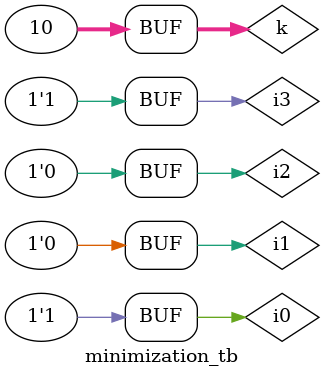
<source format=v>
module minimization(
  input i3,i2,i1,i0,
  output o1,o0
  );
  
  assign o1=(~i1&~i0&~i2)|(i0&~i1&~i3)|(~i3&~i2&i0)|(i2&i1&~i0);
  assign o0=(~i2&~i1&~i0)|(~i3&i2&i0)|(~i3&~i2&i1);
  
endmodule

module minimization_tb;
	reg i3,i2,i1,i0;
	wire o1,o0;

	minimization uut(
	 .i3(i3),
	 .i2(i2),
	 .i1(i1),
	 .i0(i0),
	 .o1(o1),
	 .o0(o0)
	 );

	integer k;
	initial begin
		$monitor("%0t\t%b\t%b\t%b\t%b\t%0d\t%b\t%b", $time, i3, i2, i1, i0, {i3,i2,i1,i0}, o1,o0);
		{i3, i2, i1, i0} = 0;
		for (k = 1; k < 10; k = k + 1)
			#10 {i3, i2, i1, i0} = k;
	end
endmodule
</source>
